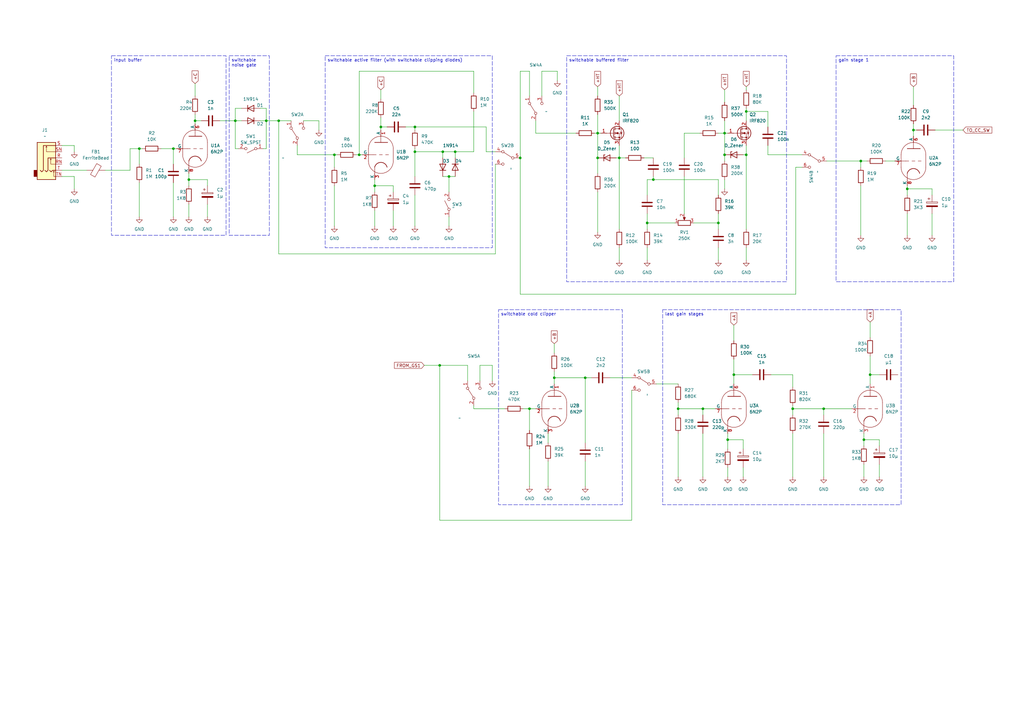
<source format=kicad_sch>
(kicad_sch (version 20250114) (generator "eeschema") (generator_version "9.0")
  (paper "A3")
  (lib_symbols
    (symbol "Connector_Audio:AudioJack3_Switch"
      (property "Reference" "J" (at 0 11.43 0))
      (property "Value" "AudioJack3_Switch" (at 0 8.89 0))
      (symbol "AudioJack3_Switch_0_1"
        (rectangle (start -5.08 -5.08) (end -6.35 -7.62) (stroke (width 0.254)) (fill (type outline)))
        (polyline (pts (xy -1.905 -5.08) (xy -1.27 -5.715) (xy -0.635 -5.08) (xy -0.635 0) (xy 2.54 0)) (stroke (width 0.254)))
        (polyline (pts (xy -1.27 4.826) (xy -1.016 4.318)))
        (polyline (pts (xy 0 -5.08) (xy 0.635 -5.715) (xy 1.27 -5.08) (xy 2.54 -5.08)) (stroke (width 0.254)))
        (polyline (pts (xy 0.508 -0.254) (xy 0.762 -0.762)))
        (polyline (pts (xy 1.778 -5.334) (xy 2.032 -5.842)))
        (rectangle (start 2.54 6.35) (end -5.08 -8.89) (stroke (width 0.254)) (fill (type background)))
        (polyline (pts (xy 2.54 5.08) (xy -2.54 5.08) (xy -2.54 -5.08) (xy -3.175 -5.715) (xy -3.81 -5.08)) (stroke (width 0.254)))
        (polyline (pts (xy 2.54 2.54) (xy -1.27 2.54) (xy -1.27 4.826) (xy -1.524 4.318)))
        (polyline (pts (xy 2.54 -2.54) (xy 0.508 -2.54) (xy 0.508 -0.254) (xy 0.254 -0.762)))
        (polyline (pts (xy 2.54 -7.62) (xy 1.778 -7.62) (xy 1.778 -5.334) (xy 1.524 -5.842)))
      )
      (symbol "AudioJack3_Switch_1_1"
        (pin passive line (at 5.08 5.08 180) (length 2.54) (name "~") (number "S"))
        (pin passive line (at 5.08 2.54 180) (length 2.54) (name "~") (number "SN"))
        (pin passive line (at 5.08 0 180) (length 2.54) (name "~") (number "R"))
        (pin passive line (at 5.08 -2.54 180) (length 2.54) (name "~") (number "RN"))
        (pin passive line (at 5.08 -5.08 180) (length 2.54) (name "~") (number "T"))
        (pin passive line (at 5.08 -7.62 180) (length 2.54) (name "~") (number "TN"))
      )
    )
    (symbol "Device:C" (pin_numbers (hide yes)) (pin_names (offset 0.254))
      (property "Reference" "C" (at 0.635 2.54 0))
      (property "Value" "C" (at 0.635 -2.54 0))
      (symbol "C_0_1"
        (polyline (pts (xy -2.032 0.762) (xy 2.032 0.762)) (stroke (width 0.508)))
        (polyline (pts (xy -2.032 -0.762) (xy 2.032 -0.762)) (stroke (width 0.508)))
      )
      (symbol "C_1_1"
        (pin passive line (at 0 3.81 270) (length 2.794) (name "~") (number "1"))
        (pin passive line (at 0 -3.81 90) (length 2.794) (name "~") (number "2"))
      )
    )
    (symbol "Device:C_Polarized" (pin_numbers (hide yes)) (pin_names (offset 0.254))
      (property "Reference" "C" (at 0.635 2.54 0))
      (property "Value" "C_Polarized" (at 0.635 -2.54 0))
      (symbol "C_Polarized_0_1"
        (rectangle (start -2.286 0.508) (end 2.286 1.016))
        (polyline (pts (xy -1.778 2.286) (xy -0.762 2.286)))
        (polyline (pts (xy -1.27 2.794) (xy -1.27 1.778)))
        (rectangle (start 2.286 -0.508) (end -2.286 -1.016) (fill (type outline)))
      )
      (symbol "C_Polarized_1_1"
        (pin passive line (at 0 3.81 270) (length 2.794) (name "~") (number "1"))
        (pin passive line (at 0 -3.81 90) (length 2.794) (name "~") (number "2"))
      )
    )
    (symbol "Device:D_Zener" (pin_numbers (hide yes)) (pin_names (offset 1.016) (hide yes))
      (property "Reference" "D" (at 0 2.54 0))
      (property "Value" "D_Zener" (at 0 -2.54 0))
      (symbol "D_Zener_0_1"
        (polyline (pts (xy -1.27 -1.27) (xy -1.27 1.27) (xy -0.762 1.27)) (stroke (width 0.254)))
        (polyline (pts (xy 1.27 0) (xy -1.27 0)))
        (polyline (pts (xy 1.27 -1.27) (xy 1.27 1.27) (xy -1.27 0) (xy 1.27 -1.27)) (stroke (width 0.254)))
      )
      (symbol "D_Zener_1_1"
        (pin passive line (at -3.81 0 0) (length 2.54) (name "K") (number "1"))
        (pin passive line (at 3.81 0 180) (length 2.54) (name "A") (number "2"))
      )
    )
    (symbol "Device:FerriteBead" (pin_numbers (hide yes)) (pin_names (offset 0))
      (property "Reference" "FB" (at -3.81 0.635 90))
      (property "Value" "FerriteBead" (at 3.81 0 90))
      (symbol "FerriteBead_0_1"
        (polyline (pts (xy -2.7686 0.4064) (xy -1.7018 2.2606) (xy 2.7686 -0.3048) (xy 1.6764 -2.159) (xy -2.7686 0.4064)))
        (polyline (pts (xy 0 1.27) (xy 0 1.2954)))
        (polyline (pts (xy 0 -1.27) (xy 0 -1.2192)))
      )
      (symbol "FerriteBead_1_1"
        (pin passive line (at 0 3.81 270) (length 2.54) (name "~") (number "1"))
        (pin passive line (at 0 -3.81 90) (length 2.54) (name "~") (number "2"))
      )
    )
    (symbol "Device:R" (pin_numbers (hide yes)) (pin_names (offset 0))
      (property "Reference" "R" (at 2.032 0 90))
      (property "Value" "R" (at 0 0 90))
      (symbol "R_0_1"
        (rectangle (start -1.016 -2.54) (end 1.016 2.54) (stroke (width 0.254)))
      )
      (symbol "R_1_1"
        (pin passive line (at 0 3.81 270) (length 1.27) (name "~") (number "1"))
        (pin passive line (at 0 -3.81 90) (length 1.27) (name "~") (number "2"))
      )
    )
    (symbol "Device:R_Potentiometer" (pin_names (offset 1.016) (hide yes))
      (property "Reference" "RV" (at -4.445 0 90))
      (property "Value" "R_Potentiometer" (at -2.54 0 90))
      (symbol "R_Potentiometer_0_1"
        (rectangle (start 1.016 2.54) (end -1.016 -2.54) (stroke (width 0.254)))
        (polyline (pts (xy 1.143 0) (xy 2.286 0.508) (xy 2.286 -0.508) (xy 1.143 0)) (fill (type outline)))
        (polyline (pts (xy 2.54 0) (xy 1.524 0)))
      )
      (symbol "R_Potentiometer_1_1"
        (pin passive line (at 0 3.81 270) (length 1.27) (name "1") (number "1"))
        (pin passive line (at 0 -3.81 90) (length 1.27) (name "3") (number "3"))
        (pin passive line (at 3.81 0 180) (length 1.27) (name "2") (number "2"))
      )
    )
    (symbol "Diode:1N914" (pin_numbers (hide yes)) (pin_names (hide yes))
      (property "Reference" "D" (at 0 2.54 0))
      (property "Value" "1N914" (at 0 -2.54 0))
      (symbol "1N914_0_1"
        (polyline (pts (xy -1.27 1.27) (xy -1.27 -1.27)) (stroke (width 0.254)))
        (polyline (pts (xy 1.27 1.27) (xy 1.27 -1.27) (xy -1.27 0) (xy 1.27 1.27)) (stroke (width 0.254)))
        (polyline (pts (xy 1.27 0) (xy -1.27 0)))
      )
      (symbol "1N914_1_1"
        (pin passive line (at -3.81 0 0) (length 2.54) (name "K") (number "1"))
        (pin passive line (at 3.81 0 180) (length 2.54) (name "A") (number "2"))
      )
    )
    (symbol "Switch:SW_DPDT_x2" (pin_names (offset 0) (hide yes))
      (property "Reference" "SW" (at 0 4.318 0))
      (property "Value" "SW_DPDT_x2" (at 0 -5.08 0))
      (symbol "SW_DPDT_x2_0_0"
        (circle (center -2.032 0) (radius 0.508))
        (circle (center 2.032 -2.54) (radius 0.508))
      )
      (symbol "SW_DPDT_x2_0_1"
        (polyline (pts (xy -1.524 0.254) (xy 1.651 2.286)))
        (circle (center 2.032 2.54) (radius 0.508))
      )
      (symbol "SW_DPDT_x2_1_1"
        (pin passive line (at -5.08 0 0) (length 2.54) (name "B") (number "2"))
        (pin passive line (at 5.08 2.54 180) (length 2.54) (name "A") (number "1"))
        (pin passive line (at 5.08 -2.54 180) (length 2.54) (name "C") (number "3"))
      )
      (symbol "SW_DPDT_x2_2_1"
        (pin passive line (at -5.08 0 0) (length 2.54) (name "B") (number "5"))
        (pin passive line (at 5.08 2.54 180) (length 2.54) (name "A") (number "4"))
        (pin passive line (at 5.08 -2.54 180) (length 2.54) (name "C") (number "6"))
      )
    )
    (symbol "Switch:SW_SPST" (pin_names (offset 0) (hide yes))
      (property "Reference" "SW" (at 0 3.175 0))
      (property "Value" "SW_SPST" (at 0 -2.54 0))
      (symbol "SW_SPST_0_0"
        (circle (center -2.032 0) (radius 0.508))
        (polyline (pts (xy -1.524 0.254) (xy 1.524 1.778)))
        (circle (center 2.032 0) (radius 0.508))
      )
      (symbol "SW_SPST_1_1"
        (pin passive line (at -5.08 0 0) (length 2.54) (name "A") (number "1"))
        (pin passive line (at 5.08 0 180) (length 2.54) (name "B") (number "2"))
      )
    )
    (symbol "Transistor_FET:IRF740" (pin_names (hide yes))
      (property "Reference" "Q" (at 6.35 1.905 0))
      (property "Value" "IRF740" (at 6.35 0 0))
      (symbol "IRF740_0_1"
        (polyline (pts (xy 0.254 1.905) (xy 0.254 -1.905)) (stroke (width 0.254)))
        (polyline (pts (xy 0.254 0) (xy -2.54 0)))
        (polyline (pts (xy 0.762 2.286) (xy 0.762 1.27)) (stroke (width 0.254)))
        (polyline (pts (xy 0.762 0.508) (xy 0.762 -0.508)) (stroke (width 0.254)))
        (polyline (pts (xy 0.762 -1.27) (xy 0.762 -2.286)) (stroke (width 0.254)))
        (polyline (pts (xy 0.762 -1.778) (xy 3.302 -1.778) (xy 3.302 1.778) (xy 0.762 1.778)))
        (polyline (pts (xy 1.016 0) (xy 2.032 0.381) (xy 2.032 -0.381) (xy 1.016 0)) (fill (type outline)))
        (circle (center 1.651 0) (radius 2.794) (stroke (width 0.254)))
        (polyline (pts (xy 2.54 2.54) (xy 2.54 1.778)))
        (circle (center 2.54 1.778) (radius 0.254) (fill (type outline)))
        (circle (center 2.54 -1.778) (radius 0.254) (fill (type outline)))
        (polyline (pts (xy 2.54 -2.54) (xy 2.54 0) (xy 0.762 0)))
        (polyline (pts (xy 2.794 0.508) (xy 2.921 0.381) (xy 3.683 0.381) (xy 3.81 0.254)))
        (polyline (pts (xy 3.302 0.381) (xy 2.921 -0.254) (xy 3.683 -0.254) (xy 3.302 0.381)))
      )
      (symbol "IRF740_1_1"
        (pin input line (at -5.08 0 0) (length 2.54) (name "G") (number "1"))
        (pin passive line (at 2.54 5.08 270) (length 2.54) (name "D") (number "2"))
        (pin passive line (at 2.54 -5.08 90) (length 2.54) (name "S") (number "3"))
      )
    )
    (symbol "Valve:6N2P" (pin_names (offset 0))
      (property "Reference" "U3" (at 6.35 1.2701 0))
      (property "Value" "ECC83" (at 6.35 -1.2699 0))
      (symbol "6N2P_0_1"
        (polyline (pts (xy -5.08 2.54) (xy -5.08 -2.54) (xy -5.08 -2.54)))
        (arc (start -5.08 2.54) (mid 0 7.5979) (end 5.08 2.54))
        (arc (start 5.08 -2.54) (mid 0 -7.5979) (end -5.08 -2.54))
        (polyline (pts (xy 5.08 2.54) (xy 5.08 -2.54)))
      )
      (symbol "6N2P_1_0"
        (polyline (pts (xy -2.54 -5.08) (xy -2.54 -7.62)))
        (polyline (pts (xy 0 5.08) (xy 0 7.62)))
      )
      (symbol "6N2P_1_1"
        (polyline (pts (xy -5.08 0) (xy -3.175 0)))
        (polyline (pts (xy -2.54 5.08) (xy 2.794 5.08) (xy 2.794 5.08)) (stroke (width 0.254)))
        (polyline (pts (xy -1.905 0) (xy -3.175 0)) (stroke (width 0.1524)))
        (polyline (pts (xy -0.635 0) (xy 0.635 0)) (stroke (width 0.1524)))
        (arc (start -2.54 -5.08) (mid 0 -3.0968) (end 2.54 -5.08) (stroke (width 0.254)))
        (polyline (pts (xy 1.905 0) (xy 3.175 0)) (stroke (width 0.1524)))
        (pin input line (at -7.62 0 0) (length 2.54) (name "G") (number "7"))
        (pin bidirectional line (at -2.54 -10.16 90) (length 2.54) (name "K") (number "8"))
        (pin output line (at 0 10.16 270) (length 2.54) (name "A") (number "6"))
      )
      (symbol "6N2P_2_0"
        (polyline (pts (xy -2.54 -5.08) (xy -2.54 -7.62)))
        (polyline (pts (xy 0 5.08) (xy 0 7.62)))
      )
      (symbol "6N2P_2_1"
        (polyline (pts (xy -5.08 0) (xy -3.175 0)))
        (polyline (pts (xy -2.54 5.08) (xy 2.794 5.08) (xy 2.794 5.08)) (stroke (width 0.254)))
        (polyline (pts (xy -1.905 0) (xy -3.175 0)) (stroke (width 0.1524)))
        (polyline (pts (xy -0.635 0) (xy 0.635 0)) (stroke (width 0.1524)))
        (arc (start -2.54 -5.08) (mid 0 -3.0968) (end 2.54 -5.08) (stroke (width 0.254)))
        (polyline (pts (xy 1.905 0) (xy 3.175 0)) (stroke (width 0.1524)))
        (pin input line (at -7.62 0 0) (length 2.54) (name "G") (number "2"))
        (pin bidirectional line (at -2.54 -10.16 90) (length 2.54) (name "K") (number "3"))
        (pin output line (at 0 10.16 270) (length 2.54) (name "A") (number "1"))
      )
      (symbol "6N2P_3_1"
        (polyline (pts (xy 0 5.08) (xy 0 6.35)))
        (polyline (pts (xy 0 2.54) (xy 0 3.81)))
        (polyline (pts (xy 0 0) (xy 0 1.27)))
        (polyline (pts (xy 0 -2.54) (xy 0 -1.27)))
        (polyline (pts (xy 0 -5.08) (xy 0 -3.81)))
        (arc (start -2.54 -6.35) (mid 0 -4.7823) (end 2.54 -6.35))
        (pin power_in line (at -2.54 -11.43 90) (length 5.08) (name "F1") (number "4"))
        (pin power_in line (at 0 -11.43 90) (length 5.08) (name "F2") (number "9"))
        (pin power_in line (at 2.54 -11.43 90) (length 5.08) (name "F1") (number "5"))
      )
    )
    (symbol "power:GND" (power) (pin_names (offset 0))
      (property "Value" "GND" (at 0 -3.81 0))
      (symbol "GND_0_1"
        (polyline (pts (xy 0 0) (xy 0 -1.27) (xy 1.27 -1.27) (xy 0 -2.54) (xy -1.27 -1.27) (xy 0 -1.27)))
      )
      (symbol "GND_1_1"
        (pin power_in line (at 0 0 270) (length 0) (hide yes) (name "GND") (number "1"))
      )
    )
  )
  (text_box "switchable noise gate" (at 93.98 22.86 0) (size 16.51 73.66) (margins 0.9525 0.9525 0.9525 0.9525) (stroke (width 0) (type dash)) (effects (font (size 1.27 1.27)) (justify left top)))
  (text_box "switchable active filter (with switchable clipping diodes)" (at 133.35 22.86 0) (size 68.58 78.74) (margins 0.9525 0.9525 0.9525 0.9525) (stroke (width 0) (type dash)) (effects (font (size 1.27 1.27)) (justify left top)))
  (text_box "last gain stages" (at 271.78 127 0) (size 97.79 80.01) (margins 0.9525 0.9525 0.9525 0.9525) (stroke (width 0) (type dash)) (effects (font (size 1.27 1.27)) (justify left top)))
  (text_box "input buffer" (at 45.72 22.86 0) (size 46.99 73.66) (margins 0.9525 0.9525 0.9525 0.9525) (stroke (width 0) (type dash)) (effects (font (size 1.27 1.27)) (justify left top)))
  (text_box "switchable buffered filter" (at 232.41 22.86 0) (size 90.17 92.71) (margins 0.9525 0.9525 0.9525 0.9525) (stroke (width 0) (type dash)) (effects (font (size 1.27 1.27)) (justify left top)))
  (text_box "switchable cold clipper" (at 204.47 127 0) (size 50.8 80.01) (margins 0.9525 0.9525 0.9525 0.9525) (stroke (width 0) (type dash)) (effects (font (size 1.27 1.27)) (justify left top)))
  (text_box "gain stage 1" (at 342.9 22.86 0) (size 48.26 92.71) (margins 0.9525 0.9525 0.9525 0.9525) (stroke (width 0) (type dash)) (effects (font (size 1.27 1.27)) (justify left top)))
  (junction (at 186.69 62.23))
  (junction (at 170.18 52.07))
  (junction (at 80.01 49.53))
  (junction (at 353.06 66.04))
  (junction (at 267.97 73.66))
  (junction (at 265.43 91.44))
  (junction (at 227.33 154.94))
  (junction (at 374.65 53.34))
  (junction (at 77.47 73.66))
  (junction (at 147.32 63.5))
  (junction (at 181.61 62.23))
  (junction (at 114.3 49.53))
  (junction (at 300.99 153.67))
  (junction (at 170.18 62.23))
  (junction (at 240.03 154.94))
  (junction (at 180.34 149.86))
  (junction (at 325.12 167.64))
  (junction (at 372.11 77.47))
  (junction (at 306.07 63.5))
  (junction (at 294.64 91.44))
  (junction (at 288.29 167.64))
  (junction (at 57.15 60.96))
  (junction (at 337.82 167.64))
  (junction (at 306.07 45.72))
  (junction (at 137.16 63.5))
  (junction (at 298.45 180.34))
  (junction (at 354.33 180.34))
  (junction (at 184.15 72.39))
  (junction (at 254 64.77))
  (junction (at 297.18 54.61))
  (junction (at 153.67 76.2))
  (junction (at 96.52 49.53))
  (junction (at 245.11 54.61))
  (junction (at 109.22 49.53))
  (junction (at 245.11 64.77))
  (junction (at 217.17 167.64))
  (junction (at 213.36 64.77))
  (junction (at 278.13 167.64))
  (junction (at 297.18 63.5))
  (junction (at 356.87 153.67))
  (junction (at 156.21 52.07))
  (junction (at 71.12 60.96))
  (wire (pts (xy 300.99 147.32) (xy 300.99 153.67)))
  (wire (pts (xy 199.39 62.23) (xy 199.39 52.07)))
  (wire (pts (xy 294.64 54.61) (xy 297.18 54.61)))
  (wire (pts (xy 85.09 76.2) (xy 85.09 73.66)))
  (wire (pts (xy 328.93 68.58) (xy 326.39 68.58)))
  (wire (pts (xy 109.22 60.96) (xy 107.95 60.96)))
  (wire (pts (xy 353.06 76.2) (xy 353.06 96.52)))
  (wire (pts (xy 245.11 35.56) (xy 245.11 39.37)))
  (wire (pts (xy 356.87 153.67) (xy 360.68 153.67)))
  (wire (pts (xy 245.11 46.99) (xy 245.11 54.61)))
  (wire (pts (xy 354.33 190.5) (xy 354.33 195.58)))
  (wire (pts (xy 298.45 177.8) (xy 298.45 180.34)))
  (wire (pts (xy 363.22 66.04) (xy 367.03 66.04)))
  (wire (pts (xy 360.68 182.88) (xy 360.68 180.34)))
  (wire (pts (xy 356.87 146.05) (xy 356.87 153.67)))
  (wire (pts (xy 325.12 167.64) (xy 325.12 170.18)))
  (wire (pts (xy 354.33 180.34) (xy 354.33 182.88)))
  (wire (pts (xy 203.2 62.23) (xy 199.39 62.23)))
  (wire (pts (xy 80.01 34.29) (xy 80.01 39.37)))
  (wire (pts (xy 109.22 49.53) (xy 109.22 44.45)))
  (wire (pts (xy 227.33 152.4) (xy 227.33 154.94)))
  (wire (pts (xy 217.17 167.64) (xy 219.71 167.64)))
  (wire (pts (xy 66.04 60.96) (xy 71.12 60.96)))
  (wire (pts (xy 374.65 50.8) (xy 374.65 53.34)))
  (wire (pts (xy 294.64 101.6) (xy 294.64 106.68)))
  (wire (pts (xy 114.3 49.53) (xy 109.22 49.53)))
  (wire (pts (xy 265.43 91.44) (xy 276.86 91.44)))
  (wire (pts (xy 306.07 101.6) (xy 306.07 106.68)))
  (wire (pts (xy 325.12 177.8) (xy 325.12 195.58)))
  (wire (pts (xy 170.18 80.01) (xy 170.18 92.71)))
  (wire (pts (xy 280.67 54.61) (xy 280.67 64.77)))
  (wire (pts (xy 161.29 76.2) (xy 153.67 76.2)))
  (wire (pts (xy 382.27 80.01) (xy 382.27 77.47)))
  (wire (pts (xy 194.31 167.64) (xy 207.01 167.64)))
  (wire (pts (xy 240.03 154.94) (xy 240.03 181.61)))
  (wire (pts (xy 194.31 29.21) (xy 147.32 29.21)))
  (wire (pts (xy 219.71 49.53) (xy 219.71 54.61)))
  (wire (pts (xy 224.79 189.23) (xy 224.79 199.39)))
  (wire (pts (xy 214.63 167.64) (xy 217.17 167.64)))
  (wire (pts (xy 109.22 44.45) (xy 106.68 44.45)))
  (wire (pts (xy 181.61 72.39) (xy 184.15 72.39)))
  (wire (pts (xy 356.87 153.67) (xy 356.87 157.48)))
  (wire (pts (xy 288.29 167.64) (xy 293.37 167.64)))
  (wire (pts (xy 306.07 45.72) (xy 314.96 45.72)))
  (wire (pts (xy 184.15 72.39) (xy 186.69 72.39)))
  (wire (pts (xy 245.11 64.77) (xy 245.11 71.12)))
  (wire (pts (xy 374.65 53.34) (xy 375.92 53.34)))
  (wire (pts (xy 173.99 149.86) (xy 180.34 149.86)))
  (wire (pts (xy 161.29 86.36) (xy 161.29 92.71)))
  (wire (pts (xy 153.67 86.36) (xy 153.67 92.71)))
  (wire (pts (xy 227.33 140.97) (xy 227.33 144.78)))
  (wire (pts (xy 337.82 177.8) (xy 337.82 195.58)))
  (wire (pts (xy 372.11 87.63) (xy 372.11 96.52)))
  (wire (pts (xy 166.37 52.07) (xy 170.18 52.07)))
  (wire (pts (xy 77.47 83.82) (xy 77.47 88.9)))
  (wire (pts (xy 304.8 63.5) (xy 306.07 63.5)))
  (wire (pts (xy 71.12 60.96) (xy 72.39 60.96)))
  (wire (pts (xy 156.21 48.26) (xy 156.21 52.07)))
  (wire (pts (xy 298.45 180.34) (xy 298.45 184.15)))
  (wire (pts (xy 297.18 63.5) (xy 297.18 66.04)))
  (wire (pts (xy 25.4 69.85) (xy 35.56 69.85)))
  (wire (pts (xy 96.52 60.96) (xy 97.79 60.96)))
  (wire (pts (xy 382.27 77.47) (xy 372.11 77.47)))
  (wire (pts (xy 194.31 45.72) (xy 194.31 62.23)))
  (wire (pts (xy 337.82 167.64) (xy 325.12 167.64)))
  (wire (pts (xy 53.34 60.96) (xy 53.34 69.85)))
  (wire (pts (xy 265.43 73.66) (xy 267.97 73.66)))
  (wire (pts (xy 121.92 63.5) (xy 137.16 63.5)))
  (wire (pts (xy 314.96 59.69) (xy 314.96 63.5)))
  (wire (pts (xy 109.22 49.53) (xy 109.22 60.96)))
  (wire (pts (xy 80.01 46.99) (xy 80.01 49.53)))
  (wire (pts (xy 199.39 52.07) (xy 170.18 52.07)))
  (wire (pts (xy 306.07 35.56) (xy 306.07 36.83)))
  (wire (pts (xy 228.6 29.21) (xy 228.6 33.02)))
  (wire (pts (xy 194.31 29.21) (xy 194.31 38.1)))
  (wire (pts (xy 57.15 60.96) (xy 58.42 60.96)))
  (wire (pts (xy 304.8 180.34) (xy 298.45 180.34)))
  (wire (pts (xy 243.84 54.61) (xy 245.11 54.61)))
  (wire (pts (xy 137.16 76.2) (xy 137.16 92.71)))
  (wire (pts (xy 254 64.77) (xy 256.54 64.77)))
  (wire (pts (xy 297.18 36.83) (xy 297.18 41.91)))
  (wire (pts (xy 314.96 63.5) (xy 328.93 63.5)))
  (wire (pts (xy 114.3 49.53) (xy 119.38 49.53)))
  (wire (pts (xy 254 64.77) (xy 254 93.98)))
  (wire (pts (xy 265.43 87.63) (xy 265.43 91.44)))
  (wire (pts (xy 213.36 29.21) (xy 217.17 29.21)))
  (wire (pts (xy 186.69 62.23) (xy 186.69 64.77)))
  (wire (pts (xy 180.34 149.86) (xy 180.34 213.36)))
  (wire (pts (xy 360.68 190.5) (xy 360.68 195.58)))
  (wire (pts (xy 383.54 53.34) (xy 394.97 53.34)))
  (wire (pts (xy 288.29 167.64) (xy 288.29 170.18)))
  (wire (pts (xy 30.48 59.69) (xy 30.48 62.23)))
  (wire (pts (xy 153.67 73.66) (xy 153.67 76.2)))
  (wire (pts (xy 153.67 76.2) (xy 153.67 78.74)))
  (wire (pts (xy 170.18 62.23) (xy 170.18 72.39)))
  (wire (pts (xy 306.07 63.5) (xy 306.07 93.98)))
  (wire (pts (xy 85.09 73.66) (xy 77.47 73.66)))
  (wire (pts (xy 337.82 167.64) (xy 337.82 170.18)))
  (wire (pts (xy 354.33 180.34) (xy 360.68 180.34)))
  (wire (pts (xy 240.03 154.94) (xy 242.57 154.94)))
  (wire (pts (xy 201.93 149.86) (xy 201.93 156.21)))
  (wire (pts (xy 170.18 60.96) (xy 170.18 62.23)))
  (wire (pts (xy 278.13 177.8) (xy 278.13 195.58)))
  (wire (pts (xy 106.68 49.53) (xy 109.22 49.53)))
  (wire (pts (xy 138.43 63.5) (xy 137.16 63.5)))
  (wire (pts (xy 356.87 132.08) (xy 356.87 138.43)))
  (wire (pts (xy 325.12 153.67) (xy 325.12 158.75)))
  (wire (pts (xy 267.97 73.66) (xy 294.64 73.66)))
  (wire (pts (xy 284.48 91.44) (xy 294.64 91.44)))
  (wire (pts (xy 339.09 66.04) (xy 353.06 66.04)))
  (wire (pts (xy 254 101.6) (xy 254 106.68)))
  (wire (pts (xy 353.06 66.04) (xy 355.6 66.04)))
  (wire (pts (xy 147.32 29.21) (xy 147.32 63.5)))
  (wire (pts (xy 213.36 64.77) (xy 213.36 120.65)))
  (wire (pts (xy 288.29 177.8) (xy 288.29 195.58)))
  (wire (pts (xy 372.11 77.47) (xy 372.11 80.01)))
  (wire (pts (xy 217.17 184.15) (xy 217.17 199.39)))
  (wire (pts (xy 217.17 29.21) (xy 217.17 39.37)))
  (wire (pts (xy 236.22 54.61) (xy 219.71 54.61)))
  (wire (pts (xy 77.47 73.66) (xy 77.47 76.2)))
  (wire (pts (xy 186.69 62.23) (xy 194.31 62.23)))
  (wire (pts (xy 80.01 49.53) (xy 82.55 49.53)))
  (wire (pts (xy 297.18 54.61) (xy 297.18 63.5)))
  (wire (pts (xy 57.15 74.93) (xy 57.15 88.9)))
  (wire (pts (xy 374.65 53.34) (xy 374.65 55.88)))
  (wire (pts (xy 227.33 154.94) (xy 240.03 154.94)))
  (wire (pts (xy 170.18 62.23) (xy 181.61 62.23)))
  (wire (pts (xy 304.8 191.77) (xy 304.8 195.58)))
  (wire (pts (xy 245.11 54.61) (xy 246.38 54.61)))
  (wire (pts (xy 300.99 133.35) (xy 300.99 139.7)))
  (wire (pts (xy 156.21 52.07) (xy 156.21 53.34)))
  (wire (pts (xy 121.92 59.69) (xy 121.92 63.5)))
  (wire (pts (xy 85.09 83.82) (xy 85.09 88.9)))
  (wire (pts (xy 287.02 54.61) (xy 280.67 54.61)))
  (wire (pts (xy 306.07 59.69) (xy 306.07 63.5)))
  (wire (pts (xy 265.43 80.01) (xy 265.43 73.66)))
  (wire (pts (xy 71.12 60.96) (xy 71.12 67.31)))
  (wire (pts (xy 181.61 62.23) (xy 181.61 64.77)))
  (wire (pts (xy 259.08 160.02) (xy 259.08 213.36)))
  (wire (pts (xy 25.4 59.69) (xy 30.48 59.69)))
  (wire (pts (xy 269.24 157.48) (xy 278.13 157.48)))
  (wire (pts (xy 222.25 29.21) (xy 222.25 39.37)))
  (wire (pts (xy 53.34 60.96) (xy 57.15 60.96)))
  (wire (pts (xy 280.67 72.39) (xy 280.67 87.63)))
  (wire (pts (xy 222.25 29.21) (xy 228.6 29.21)))
  (wire (pts (xy 245.11 78.74) (xy 245.11 95.25)))
  (wire (pts (xy 278.13 165.1) (xy 278.13 167.64)))
  (wire (pts (xy 254 59.69) (xy 254 64.77)))
  (wire (pts (xy 203.2 104.14) (xy 203.2 67.31)))
  (wire (pts (xy 96.52 49.53) (xy 99.06 49.53)))
  (wire (pts (xy 250.19 154.94) (xy 259.08 154.94)))
  (wire (pts (xy 382.27 87.63) (xy 382.27 96.52)))
  (wire (pts (xy 191.77 149.86) (xy 191.77 156.21)))
  (wire (pts (xy 264.16 64.77) (xy 267.97 64.77)))
  (wire (pts (xy 354.33 177.8) (xy 354.33 180.34)))
  (wire (pts (xy 137.16 63.5) (xy 137.16 68.58)))
  (wire (pts (xy 325.12 166.37) (xy 325.12 167.64)))
  (wire (pts (xy 25.4 72.39) (xy 30.48 72.39)))
  (wire (pts (xy 372.11 76.2) (xy 372.11 77.47)))
  (wire (pts (xy 161.29 78.74) (xy 161.29 76.2)))
  (wire (pts (xy 156.21 36.83) (xy 156.21 40.64)))
  (wire (pts (xy 147.32 63.5) (xy 148.59 63.5)))
  (wire (pts (xy 259.08 213.36) (xy 180.34 213.36)))
  (wire (pts (xy 326.39 68.58) (xy 326.39 120.65)))
  (wire (pts (xy 353.06 66.04) (xy 353.06 68.58)))
  (wire (pts (xy 265.43 91.44) (xy 265.43 93.98)))
  (wire (pts (xy 300.99 153.67) (xy 300.99 157.48)))
  (wire (pts (xy 180.34 149.86) (xy 191.77 149.86)))
  (wire (pts (xy 30.48 72.39) (xy 30.48 77.47)))
  (wire (pts (xy 71.12 74.93) (xy 71.12 88.9)))
  (wire (pts (xy 240.03 189.23) (xy 240.03 199.39)))
  (wire (pts (xy 306.07 44.45) (xy 306.07 45.72)))
  (wire (pts (xy 298.45 191.77) (xy 298.45 195.58)))
  (wire (pts (xy 77.47 71.12) (xy 77.47 73.66)))
  (wire (pts (xy 297.18 49.53) (xy 297.18 54.61)))
  (wire (pts (xy 170.18 52.07) (xy 170.18 53.34)))
  (wire (pts (xy 300.99 153.67) (xy 308.61 153.67)))
  (wire (pts (xy 252.73 64.77) (xy 254 64.77)))
  (wire (pts (xy 96.52 44.45) (xy 96.52 49.53)))
  (wire (pts (xy 80.01 49.53) (xy 80.01 50.8)))
  (wire (pts (xy 213.36 29.21) (xy 213.36 64.77)))
  (wire (pts (xy 349.25 167.64) (xy 337.82 167.64)))
  (wire (pts (xy 306.07 45.72) (xy 306.07 49.53)))
  (wire (pts (xy 114.3 104.14) (xy 203.2 104.14)))
  (wire (pts (xy 316.23 153.67) (xy 325.12 153.67)))
  (wire (pts (xy 304.8 184.15) (xy 304.8 180.34)))
  (wire (pts (xy 184.15 72.39) (xy 184.15 78.74)))
  (wire (pts (xy 278.13 167.64) (xy 288.29 167.64)))
  (wire (pts (xy 278.13 167.64) (xy 278.13 170.18)))
  (wire (pts (xy 314.96 52.07) (xy 314.96 45.72)))
  (wire (pts (xy 294.64 73.66) (xy 294.64 80.01)))
  (wire (pts (xy 267.97 72.39) (xy 267.97 73.66)))
  (wire (pts (xy 53.34 69.85) (xy 43.18 69.85)))
  (wire (pts (xy 297.18 73.66) (xy 297.18 77.47)))
  (wire (pts (xy 184.15 88.9) (xy 184.15 92.71)))
  (wire (pts (xy 181.61 62.23) (xy 186.69 62.23)))
  (wire (pts (xy 196.85 149.86) (xy 201.93 149.86)))
  (wire (pts (xy 227.33 154.94) (xy 227.33 157.48)))
  (wire (pts (xy 294.64 91.44) (xy 294.64 93.98)))
  (wire (pts (xy 196.85 156.21) (xy 196.85 149.86)))
  (wire (pts (xy 99.06 44.45) (xy 96.52 44.45)))
  (wire (pts (xy 90.17 49.53) (xy 96.52 49.53)))
  (wire (pts (xy 217.17 167.64) (xy 217.17 176.53)))
  (wire (pts (xy 124.46 49.53) (xy 130.81 49.53)))
  (wire (pts (xy 265.43 101.6) (xy 265.43 106.68)))
  (wire (pts (xy 294.64 87.63) (xy 294.64 91.44)))
  (wire (pts (xy 224.79 177.8) (xy 224.79 181.61)))
  (wire (pts (xy 114.3 49.53) (xy 114.3 104.14)))
  (wire (pts (xy 297.18 54.61) (xy 298.45 54.61)))
  (wire (pts (xy 156.21 52.07) (xy 158.75 52.07)))
  (wire (pts (xy 96.52 49.53) (xy 96.52 60.96)))
  (wire (pts (xy 374.65 35.56) (xy 374.65 43.18)))
  (wire (pts (xy 254 39.37) (xy 254 49.53)))
  (wire (pts (xy 130.81 49.53) (xy 130.81 53.34)))
  (wire (pts (xy 326.39 120.65) (xy 213.36 120.65)))
  (wire (pts (xy 245.11 54.61) (xy 245.11 64.77)))
  (wire (pts (xy 147.32 63.5) (xy 146.05 63.5)))
  (wire (pts (xy 57.15 67.31) (xy 57.15 60.96)))
  (wire (pts (xy 194.31 166.37) (xy 194.31 167.64)))
  (global_label "+C" (shape input) (at 156.21 36.83 90) (property "Intersheetrefs" "${INTERSHEET_REFS}" (effects (hide yes))))
  (global_label "FROM_GS1" (shape input) (at 173.99 149.86 180) (property "Intersheetrefs" "GS1" (effects (hide yes))))
  (global_label "+HT" (shape input) (at 297.18 36.83 90) (property "Intersheetrefs" "${INTERSHEET_REFS}" (effects (hide yes))))
  (global_label "TO_CC_SW" (shape input) (at 394.97 53.34 0) (property "Intersheetrefs" "GS1" (effects (hide yes))))
  (global_label "+HT" (shape input) (at 245.11 35.56 90) (property "Intersheetrefs" "${INTERSHEET_REFS}" (effects (hide yes))))
  (global_label "+A" (shape input) (at 300.99 133.35 90) (property "Intersheetrefs" "${INTERSHEET_REFS}" (effects (hide yes))))
  (global_label "+B" (shape input) (at 227.33 140.97 90) (property "Intersheetrefs" "${INTERSHEET_REFS}" (effects (hide yes))))
  (global_label "+B" (shape input) (at 374.65 35.56 90) (property "Intersheetrefs" "${INTERSHEET_REFS}" (effects (hide yes))))
  (global_label "+A" (shape input) (at 356.87 132.08 90) (property "Intersheetrefs" "${INTERSHEET_REFS}" (effects (hide yes))))
  (global_label "+HT" (shape input) (at 254 39.37 90) (property "Intersheetrefs" "${INTERSHEET_REFS}" (effects (hide yes))))
  (global_label "+HT" (shape input) (at 306.07 35.56 90) (property "Intersheetrefs" "${INTERSHEET_REFS}" (effects (hide yes))))
  (global_label "+C" (shape input) (at 80.01 34.29 90) (property "Intersheetrefs" "${INTERSHEET_REFS}" (effects (hide yes))))
  (symbol (lib_id "Device:R") (at 62.23 60.96 90) (unit 1)
    (property "Reference" "R2" (at 62.23 54.61 90))
    (property "Value" "10K" (at 62.23 57.15 90))
  )
  (symbol (lib_id "Device:C_Polarized") (at 161.29 82.55 0) (unit 1)
    (property "Reference" "C4" (at 165.1 80.391 0) (effects (justify left)))
    (property "Value" "1µ" (at 165.1 82.931 0) (effects (justify left)))
  )
  (symbol (lib_id "Device:C_Polarized") (at 304.8 187.96 0) (unit 1)
    (property "Reference" "C14" (at 308.61 185.801 0) (effects (justify left)))
    (property "Value" "10µ" (at 308.61 188.341 0) (effects (justify left)))
  )
  (symbol (lib_id "Device:R") (at 254 97.79 0) (unit 1)
    (property "Reference" "R12" (at 256.54 96.52 0) (effects (justify left)))
    (property "Value" "100K" (at 256.54 99.06 0) (effects (justify left)))
  )
  (symbol (lib_id "Device:R") (at 356.87 142.24 180) (unit 1)
    (property "Reference" "R34" (at 351.79 140.97 0) (effects (justify right)))
    (property "Value" "100K" (at 350.52 143.51 0) (effects (justify right)))
  )
  (symbol (lib_id "Device:C") (at 267.97 68.58 180) (unit 1)
    (property "Reference" "C19" (at 271.78 67.31 0) (effects (justify right)))
    (property "Value" "100n" (at 271.78 69.85 0) (effects (justify right)))
  )
  (symbol (lib_id "power:GND") (at 297.18 77.47 0) (unit 1)
    (property "Reference" "#PWR034" (effects (hide yes)))
    (property "Value" "GND" (effects (hide yes)))
  )
  (symbol (lib_id "power:GND") (at 153.67 92.71 0) (unit 1)
    (property "Reference" "#PWR09" (effects (hide yes)))
    (property "Value" "GND" (at 153.67 97.79 0))
  )
  (symbol (lib_id "Connector_Audio:AudioJack3_Switch") (at 20.32 64.77 0) (unit 1)
    (property "Reference" "J1" (at 18.415 53.34 0))
    (property "Value" "~" (at 18.415 55.88 0))
  )
  (symbol (lib_id "Device:C_Polarized") (at 85.09 80.01 0) (unit 1)
    (property "Reference" "C2" (at 88.9 77.851 0) (effects (justify left)))
    (property "Value" "1µ" (at 88.9 80.391 0) (effects (justify left)))
  )
  (symbol (lib_id "power:GND") (at 245.11 95.25 0) (unit 1)
    (property "Reference" "#PWR033" (effects (hide yes)))
    (property "Value" "GND" (at 245.11 100.33 0))
  )
  (symbol (lib_id "Device:C") (at 240.03 185.42 180) (unit 1)
    (property "Reference" "C11" (at 243.84 184.15 0) (effects (justify right)))
    (property "Value" "1n" (at 243.84 186.69 0) (effects (justify right)))
  )
  (symbol (lib_id "Device:R") (at 325.12 173.99 180) (unit 1)
    (property "Reference" "R32" (at 327.66 172.72 0) (effects (justify right)))
    (property "Value" "270K" (at 327.66 175.26 0) (effects (justify right)))
  )
  (symbol (lib_id "Device:R") (at 80.01 43.18 180) (unit 1)
    (property "Reference" "R4" (at 76.2 41.91 0) (effects (justify right)))
    (property "Value" "220K" (at 73.66 44.45 0) (effects (justify right)))
  )
  (symbol (lib_id "power:GND") (at 382.27 96.52 0) (unit 1)
    (property "Reference" "#PWR020" (effects (hide yes)))
    (property "Value" "GND" (at 382.27 101.6 0))
  )
  (symbol (lib_id "power:GND") (at 161.29 92.71 0) (unit 1)
    (property "Reference" "#PWR010" (effects (hide yes)))
    (property "Value" "GND" (at 161.29 97.79 0))
  )
  (symbol (lib_id "Device:D_Zener") (at 248.92 64.77 0) (unit 1)
    (property "Reference" "D5" (at 248.92 58.42 0))
    (property "Value" "D_Zener" (at 248.92 60.96 0))
  )
  (symbol (lib_id "Device:R") (at 278.13 173.99 180) (unit 1)
    (property "Reference" "R28" (at 280.67 172.72 0) (effects (justify right)))
    (property "Value" "330K" (at 280.67 175.26 0) (effects (justify right)))
  )
  (symbol (lib_id "Valve:6N2P") (at 356.87 167.64 0) (unit 2)
    (property "Reference" "U3" (at 363.22 166.37 0) (effects (justify left)))
    (property "Value" "6N2P" (at 363.22 168.91 0) (effects (justify left)))
    (property "Footprint" "Valve:Valve_6N2P" (effects (hide yes)))
    (property "Datasheet" "http://www.r-type.org/pdfs/6n2p.pdf" (effects (hide yes)))
  )
  (symbol (lib_id "Device:R") (at 170.18 57.15 0) (unit 1)
    (property "Reference" "R9" (at 172.72 55.88 0) (effects (justify left)))
    (property "Value" "470K" (at 172.72 58.42 0) (effects (justify left)))
  )
  (symbol (lib_id "Device:R") (at 372.11 83.82 0) (unit 1)
    (property "Reference" "R21" (at 374.65 82.55 0) (effects (justify left)))
    (property "Value" "3K3" (at 374.65 85.09 0) (effects (justify left)))
  )
  (symbol (lib_id "power:GND") (at 254 106.68 0) (unit 1)
    (property "Reference" "#PWR014" (effects (hide yes)))
    (property "Value" "GND" (at 254 111.76 0))
  )
  (symbol (lib_id "Device:C") (at 312.42 153.67 90) (unit 1)
    (property "Reference" "C15" (at 312.42 146.05 90))
    (property "Value" "1n" (at 312.42 148.59 90))
  )
  (symbol (lib_id "Switch:SW_DPDT_x2") (at 208.28 64.77 0) (mirror y) (unit 2)
    (property "Reference" "SW2" (at 210.82 59.69 0) (effects (justify left)))
    (property "Value" "~" (at 209.55 68.58 90) (effects (justify right)))
  )
  (symbol (lib_id "Valve:6N2P") (at 374.65 66.04 0) (unit 1)
    (property "Reference" "U2" (at 381 64.77 0) (effects (justify left)))
    (property "Value" "6N2P" (at 381 67.31 0) (effects (justify left)))
    (property "Footprint" "Valve:Valve_6N2P" (effects (hide yes)))
    (property "Datasheet" "http://www.r-type.org/pdfs/6n2p.pdf" (effects (hide yes)))
  )
  (symbol (lib_id "Device:R") (at 359.41 66.04 90) (unit 1)
    (property "Reference" "R20" (at 359.41 59.69 90))
    (property "Value" "100K" (at 359.41 62.23 90))
  )
  (symbol (lib_id "power:GND") (at 325.12 195.58 0) (unit 1)
    (property "Reference" "#PWR029" (effects (hide yes)))
    (property "Value" "GND" (at 325.12 200.66 0))
  )
  (symbol (lib_id "power:GND") (at 354.33 195.58 0) (unit 1)
    (property "Reference" "#PWR031" (effects (hide yes)))
    (property "Value" "GND" (at 354.33 200.66 0))
  )
  (symbol (lib_id "Device:C") (at 294.64 97.79 180) (unit 1)
    (property "Reference" "C8" (at 298.45 96.52 0) (effects (justify right)))
    (property "Value" "3n" (at 298.45 99.06 0) (effects (justify right)))
  )
  (symbol (lib_id "Device:R") (at 306.07 97.79 0) (unit 1)
    (property "Reference" "R17" (at 308.61 96.52 0) (effects (justify left)))
    (property "Value" "20K" (at 308.61 99.06 0) (effects (justify left)))
  )
  (symbol (lib_id "Valve:6N2P") (at 80.01 60.96 0) (unit 1)
    (property "Reference" "U1" (at 86.36 59.69 0) (effects (justify left)))
    (property "Value" "6N2P" (at 86.36 62.23 0) (effects (justify left)))
    (property "Footprint" "Valve:Valve_6N2P" (effects (hide yes)))
    (property "Datasheet" "http://www.r-type.org/pdfs/6n2p.pdf" (effects (hide yes)))
  )
  (symbol (lib_id "Device:R") (at 290.83 54.61 90) (unit 1)
    (property "Reference" "R15" (at 290.83 48.26 90))
    (property "Value" "1K" (at 290.83 50.8 90))
  )
  (symbol (lib_id "Switch:SW_SPST") (at 102.87 60.96 180) (unit 1)
    (property "Reference" "SW1" (at 102.87 55.88 0))
    (property "Value" "SW_SPST" (at 102.87 58.42 0))
  )
  (symbol (lib_id "power:GND") (at 201.93 156.21 0) (unit 1)
    (property "Reference" "#PWR021" (effects (hide yes)))
    (property "Value" "GND" (at 201.93 161.29 0))
  )
  (symbol (lib_id "Device:R") (at 260.35 64.77 90) (unit 1)
    (property "Reference" "R13" (at 260.35 58.42 90))
    (property "Value" "100" (at 260.35 60.96 90))
  )
  (symbol (lib_id "power:GND") (at 30.48 77.47 0) (unit 1)
    (property "Reference" "#PWR02" (effects (hide yes)))
    (property "Value" "GND" (at 30.48 82.55 0))
  )
  (symbol (lib_id "Valve:6N2P") (at 156.21 63.5 0) (unit 2)
    (property "Reference" "U1" (at 162.56 62.23 0) (effects (justify left)))
    (property "Value" "6N2P" (at 162.56 64.77 0) (effects (justify left)))
    (property "Footprint" "Valve:Valve_6N2P" (effects (hide yes)))
    (property "Datasheet" "http://www.r-type.org/pdfs/6n2p.pdf" (effects (hide yes)))
  )
  (symbol (lib_id "power:GND") (at 77.47 88.9 0) (unit 1)
    (property "Reference" "#PWR05" (effects (hide yes)))
    (property "Value" "GND" (at 77.47 93.98 0))
  )
  (symbol (lib_id "Device:R") (at 245.11 74.93 180) (unit 1)
    (property "Reference" "R36" (at 247.65 73.66 0) (effects (justify right)))
    (property "Value" "200K" (at 247.65 76.2 0) (effects (justify right)))
  )
  (symbol (lib_id "Device:R") (at 77.47 80.01 180) (unit 1)
    (property "Reference" "R3" (at 73.66 78.74 0) (effects (justify right)))
    (property "Value" "1K8" (at 72.39 81.28 0) (effects (justify right)))
  )
  (symbol (lib_id "Device:C") (at 162.56 52.07 90) (unit 1)
    (property "Reference" "C5" (at 162.56 44.45 90))
    (property "Value" "22n" (at 162.56 46.99 90))
  )
  (symbol (lib_id "Device:R") (at 306.07 40.64 180) (unit 1)
    (property "Reference" "R18" (at 308.61 39.37 0) (effects (justify right)))
    (property "Value" "80K" (at 308.61 41.91 0) (effects (justify right)))
  )
  (symbol (lib_id "Device:R") (at 156.21 44.45 0) (unit 1)
    (property "Reference" "R8" (at 152.4 43.18 0) (effects (justify left)))
    (property "Value" "220K" (at 149.86 45.72 0) (effects (justify left)))
  )
  (symbol (lib_id "power:GND") (at 304.8 195.58 0) (unit 1)
    (property "Reference" "#PWR028" (effects (hide yes)))
    (property "Value" "GND" (at 304.8 200.66 0))
  )
  (symbol (lib_id "Device:R") (at 224.79 185.42 180) (unit 1)
    (property "Reference" "R25" (at 227.33 184.15 0) (effects (justify right)))
    (property "Value" "39K" (at 227.33 186.69 0) (effects (justify right)))
  )
  (symbol (lib_id "power:GND") (at 360.68 195.58 0) (unit 1)
    (property "Reference" "#PWR032" (effects (hide yes)))
    (property "Value" "GND" (at 360.68 200.66 0))
  )
  (symbol (lib_id "Device:C") (at 246.38 154.94 90) (unit 1)
    (property "Reference" "C12" (at 246.38 147.32 90))
    (property "Value" "2n2" (at 246.38 149.86 90))
  )
  (symbol (lib_id "power:GND") (at 306.07 106.68 0) (unit 1)
    (property "Reference" "#PWR017" (effects (hide yes)))
    (property "Value" "GND" (at 306.07 111.76 0))
  )
  (symbol (lib_id "power:GND") (at 71.12 88.9 0) (unit 1)
    (property "Reference" "#PWR04" (effects (hide yes)))
    (property "Value" "GND" (at 71.12 93.98 0))
  )
  (symbol (lib_id "Device:R") (at 300.99 143.51 180) (unit 1)
    (property "Reference" "R30" (at 303.53 142.24 0) (effects (justify right)))
    (property "Value" "100K" (at 303.53 144.78 0) (effects (justify right)))
  )
  (symbol (lib_id "Device:C") (at 265.43 83.82 180) (unit 1)
    (property "Reference" "C7" (at 269.24 82.55 0) (effects (justify right)))
    (property "Value" "10n" (at 269.24 85.09 0) (effects (justify right)))
  )
  (symbol (lib_id "power:GND") (at 288.29 195.58 0) (unit 1)
    (property "Reference" "#PWR026" (effects (hide yes)))
    (property "Value" "GND" (at 288.29 200.66 0))
  )
  (symbol (lib_id "power:GND") (at 130.81 53.34 0) (unit 1)
    (property "Reference" "#PWR07" (effects (hide yes)))
    (property "Value" "GND" (at 130.81 58.42 0))
  )
  (symbol (lib_id "Device:C") (at 280.67 68.58 180) (unit 1)
    (property "Reference" "C20" (at 284.48 67.31 0) (effects (justify right)))
    (property "Value" "100n" (at 284.48 69.85 0) (effects (justify right)))
  )
  (symbol (lib_id "Device:R") (at 245.11 43.18 180) (unit 1)
    (property "Reference" "R35" (at 247.65 41.91 0) (effects (justify right)))
    (property "Value" "500K" (at 247.65 44.45 0) (effects (justify right)))
  )
  (symbol (lib_id "Transistor_FET:IRF740") (at 251.46 54.61 0) (unit 1)
    (property "Reference" "Q1" (at 255.27 46.99 0) (effects (justify left)))
    (property "Value" "IRF820" (at 255.27 49.53 0) (effects (justify left)))
    (property "Footprint" "Package_TO_SOT_THT:TO-220-3_Vertical" (effects (hide yes)))
    (property "Datasheet" "http://www.vishay.com/docs/91054/91054.pdf" (effects (hide yes)))
  )
  (symbol (lib_id "Device:R_Potentiometer") (at 280.67 91.44 90) (unit 1)
    (property "Reference" "RV1" (at 280.67 95.25 90))
    (property "Value" "250K" (at 280.67 97.79 90))
  )
  (symbol (lib_id "Diode:1N914") (at 181.61 68.58 90) (unit 1)
    (property "Reference" "D3" (at 181.61 66.04 90) (effects (justify right)))
    (property "Value" "1N914" (effects (hide yes)))
    (property "Footprint" "Diode_THT:D_DO-35_SOD27_P7.62mm_Horizontal" (effects (hide yes)))
    (property "Datasheet" "http://www.vishay.com/docs/85622/1n914.pdf" (effects (hide yes)))
    (property "Sim.Device" "D" (effects (hide yes)))
    (property "Sim.Pins" "1=K 2=A" (effects (hide yes)))
  )
  (symbol (lib_id "Diode:1N914") (at 186.69 68.58 270) (unit 1)
    (property "Reference" "D4" (at 186.69 66.04 90) (effects (justify left)))
    (property "Value" "1N914" (at 181.61 59.69 90) (effects (justify left)))
    (property "Footprint" "Diode_THT:D_DO-35_SOD27_P7.62mm_Horizontal" (effects (hide yes)))
    (property "Datasheet" "http://www.vishay.com/docs/85622/1n914.pdf" (effects (hide yes)))
    (property "Sim.Device" "D" (effects (hide yes)))
    (property "Sim.Pins" "1=K 2=A" (effects (hide yes)))
  )
  (symbol (lib_id "Device:C") (at 170.18 76.2 180) (unit 1)
    (property "Reference" "C6" (at 173.99 74.93 0) (effects (justify right)))
    (property "Value" "470p" (at 173.99 77.47 0) (effects (justify right)))
  )
  (symbol (lib_id "Device:C") (at 288.29 173.99 180) (unit 1)
    (property "Reference" "C13" (at 292.1 172.72 0) (effects (justify right)))
    (property "Value" "220p" (at 292.1 175.26 0) (effects (justify right)))
  )
  (symbol (lib_id "power:GND") (at 240.03 199.39 0) (unit 1)
    (property "Reference" "#PWR024" (effects (hide yes)))
    (property "Value" "GND" (at 240.03 204.47 0))
  )
  (symbol (lib_id "Valve:6N2P") (at 227.33 167.64 0) (unit 2)
    (property "Reference" "U2" (at 233.68 166.37 0) (effects (justify left)))
    (property "Value" "6N2P" (at 233.68 168.91 0) (effects (justify left)))
    (property "Footprint" "Valve:Valve_6N2P" (effects (hide yes)))
    (property "Datasheet" "http://www.r-type.org/pdfs/6n2p.pdf" (effects (hide yes)))
  )
  (symbol (lib_id "Device:R") (at 353.06 72.39 180) (unit 1)
    (property "Reference" "R19" (at 355.6 71.12 0) (effects (justify right)))
    (property "Value" "1M" (at 355.6 73.66 0) (effects (justify right)))
  )
  (symbol (lib_id "Device:R") (at 278.13 161.29 0) (unit 1)
    (property "Reference" "R27" (at 280.67 160.02 0) (effects (justify left)))
    (property "Value" "680K" (at 280.67 162.56 0) (effects (justify left)))
  )
  (symbol (lib_id "power:GND") (at 278.13 195.58 0) (unit 1)
    (property "Reference" "#PWR025" (effects (hide yes)))
    (property "Value" "GND" (at 278.13 200.66 0))
  )
  (symbol (lib_id "Device:R") (at 227.33 148.59 180) (unit 1)
    (property "Reference" "R26" (at 229.87 147.32 0) (effects (justify right)))
    (property "Value" "100K" (at 229.87 149.86 0) (effects (justify right)))
  )
  (symbol (lib_id "power:GND") (at 217.17 199.39 0) (unit 1)
    (property "Reference" "#PWR022" (effects (hide yes)))
    (property "Value" "GND" (at 217.17 204.47 0))
  )
  (symbol (lib_id "Device:R") (at 137.16 72.39 180) (unit 1)
    (property "Reference" "R5" (at 139.7 71.12 0) (effects (justify right)))
    (property "Value" "1M" (at 139.7 73.66 0) (effects (justify right)))
  )
  (symbol (lib_id "Device:C") (at 71.12 71.12 180) (unit 1)
    (property "Reference" "C1" (at 64.77 69.85 0) (effects (justify right)))
    (property "Value" "100p" (at 63.5 72.39 0) (effects (justify right)))
  )
  (symbol (lib_id "power:GND") (at 57.15 88.9 0) (unit 1)
    (property "Reference" "#PWR03" (effects (hide yes)))
    (property "Value" "GND" (at 57.15 93.98 0))
  )
  (symbol (lib_id "Switch:SW_DPDT_x2") (at 264.16 157.48 0) (mirror y) (unit 2)
    (property "Reference" "SW5" (at 266.7 152.4 0) (effects (justify left)))
    (property "Value" "~" (at 265.43 161.29 90) (effects (justify right)))
  )
  (symbol (lib_id "Device:R") (at 374.65 46.99 0) (unit 1)
    (property "Reference" "R22" (at 369.57 45.72 0) (effects (justify left)))
    (property "Value" "100K" (at 368.3 48.26 0) (effects (justify left)))
  )
  (symbol (lib_id "Device:C") (at 337.82 173.99 180) (unit 1)
    (property "Reference" "C16" (at 341.63 172.72 0) (effects (justify right)))
    (property "Value" "220p" (at 341.63 175.26 0) (effects (justify right)))
  )
  (symbol (lib_id "Device:C_Polarized") (at 360.68 186.69 0) (unit 1)
    (property "Reference" "C17" (at 364.49 184.531 0) (effects (justify left)))
    (property "Value" "10µ" (at 364.49 187.071 0) (effects (justify left)))
  )
  (symbol (lib_id "Device:R") (at 297.18 45.72 180) (unit 1)
    (property "Reference" "R37" (at 299.72 44.45 0) (effects (justify right)))
    (property "Value" "500K" (at 299.72 46.99 0) (effects (justify right)))
  )
  (symbol (lib_id "Valve:6N2P") (at 300.99 167.64 0) (unit 1)
    (property "Reference" "U3" (at 307.34 166.37 0) (effects (justify left)))
    (property "Value" "6N2P" (at 307.34 168.91 0) (effects (justify left)))
    (property "Footprint" "Valve:Valve_6N2P" (effects (hide yes)))
    (property "Datasheet" "http://www.r-type.org/pdfs/6n2p.pdf" (effects (hide yes)))
  )
  (symbol (lib_id "power:GND") (at 137.16 92.71 0) (unit 1)
    (property "Reference" "#PWR08" (effects (hide yes)))
    (property "Value" "GND" (at 137.16 97.79 0))
  )
  (symbol (lib_id "Device:C") (at 379.73 53.34 90) (unit 1)
    (property "Reference" "C9" (at 379.73 45.72 90))
    (property "Value" "2n2" (at 379.73 48.26 90))
  )
  (symbol (lib_id "Device:R") (at 210.82 167.64 90) (unit 1)
    (property "Reference" "R23" (at 210.82 161.29 90))
    (property "Value" "470K" (at 210.82 163.83 90))
  )
  (symbol (lib_id "power:GND") (at 30.48 62.23 0) (unit 1)
    (property "Reference" "#PWR01" (effects (hide yes)))
    (property "Value" "GND" (at 30.48 67.31 0))
  )
  (symbol (lib_id "power:GND") (at 353.06 96.52 0) (unit 1)
    (property "Reference" "#PWR018" (effects (hide yes)))
    (property "Value" "GND" (at 353.06 101.6 0))
  )
  (symbol (lib_id "Device:R") (at 294.64 83.82 0) (unit 1)
    (property "Reference" "R16" (at 297.18 82.55 0) (effects (justify left)))
    (property "Value" "39K" (at 297.18 85.09 0) (effects (justify left)))
  )
  (symbol (lib_id "Switch:SW_DPDT_x2") (at 219.71 44.45 90) (unit 1)
    (property "Reference" "SW4" (at 217.17 26.67 90) (effects (justify right)))
    (property "Value" "~" (at 223.52 45.72 90) (effects (justify right)))
  )
  (symbol (lib_id "Device:R") (at 325.12 162.56 180) (unit 1)
    (property "Reference" "R31" (at 327.66 161.29 0) (effects (justify right)))
    (property "Value" "820K" (at 327.66 163.83 0) (effects (justify right)))
  )
  (symbol (lib_id "power:GND") (at 170.18 92.71 0) (unit 1)
    (property "Reference" "#PWR011" (effects (hide yes)))
    (property "Value" "GND" (at 170.18 97.79 0))
  )
  (symbol (lib_id "power:GND") (at 265.43 106.68 0) (unit 1)
    (property "Reference" "#PWR015" (effects (hide yes)))
    (property "Value" "GND" (at 265.43 111.76 0))
  )
  (symbol (lib_id "Switch:SW_SPST") (at 184.15 83.82 90) (unit 1)
    (property "Reference" "SW3" (at 185.42 83.82 90) (effects (justify right)))
    (property "Value" "~" (at 185.42 85.09 90) (effects (justify right)))
  )
  (symbol (lib_id "power:GND") (at 85.09 88.9 0) (unit 1)
    (property "Reference" "#PWR06" (effects (hide yes)))
    (property "Value" "GND" (at 85.09 93.98 0))
  )
  (symbol (lib_id "Device:R") (at 217.17 180.34 180) (unit 1)
    (property "Reference" "R24" (at 219.71 179.07 0) (effects (justify right)))
    (property "Value" "1M" (at 219.71 181.61 0) (effects (justify right)))
  )
  (symbol (lib_id "power:GND") (at 224.79 199.39 0) (unit 1)
    (property "Reference" "#PWR023" (effects (hide yes)))
    (property "Value" "GND" (at 224.79 204.47 0))
  )
  (symbol (lib_id "Device:R") (at 153.67 82.55 0) (unit 1)
    (property "Reference" "R7" (at 149.86 81.28 0) (effects (justify left)))
    (property "Value" "1K8" (at 148.59 83.82 0) (effects (justify left)))
  )
  (symbol (lib_id "Device:D_Zener") (at 300.99 63.5 0) (unit 1)
    (property "Reference" "D6" (at 300.99 57.15 0))
    (property "Value" "D_Zener" (at 300.99 59.69 0))
  )
  (symbol (lib_id "Device:R") (at 298.45 187.96 180) (unit 1)
    (property "Reference" "R29" (at 293.37 186.69 0) (effects (justify right)))
    (property "Value" "2K7" (at 293.37 189.23 0) (effects (justify right)))
  )
  (symbol (lib_id "power:GND") (at 372.11 96.52 0) (unit 1)
    (property "Reference" "#PWR019" (effects (hide yes)))
    (property "Value" "GND" (at 372.11 101.6 0))
  )
  (symbol (lib_id "Device:R") (at 240.03 54.61 90) (unit 1)
    (property "Reference" "R11" (at 240.03 48.26 90))
    (property "Value" "1K" (at 240.03 50.8 90))
  )
  (symbol (lib_id "Device:C") (at 86.36 49.53 90) (unit 1)
    (property "Reference" "C3" (at 86.36 41.91 90))
    (property "Value" "1n" (at 86.36 44.45 90))
  )
  (symbol (lib_id "Device:R") (at 142.24 63.5 270) (unit 1)
    (property "Reference" "R6" (at 142.24 57.15 90))
    (property "Value" "100k" (at 142.24 59.69 90))
  )
  (symbol (lib_id "power:GND") (at 228.6 33.02 0) (unit 1)
    (property "Reference" "#PWR013" (effects (hide yes)))
    (property "Value" "GND" (at 228.6 38.1 0))
  )
  (symbol (lib_id "Switch:SW_DPDT_x2") (at 334.01 66.04 0) (mirror y) (unit 2)
    (property "Reference" "SW4" (at 332.74 69.85 90) (effects (justify right)))
    (property "Value" "~" (at 335.28 69.85 90) (effects (justify right)))
  )
  (symbol (lib_id "Device:R") (at 297.18 69.85 180) (unit 1)
    (property "Reference" "R38" (at 299.72 68.58 0) (effects (justify right)))
    (property "Value" "200K" (at 299.72 71.12 0) (effects (justify right)))
  )
  (symbol (lib_id "power:GND") (at 184.15 92.71 0) (unit 1)
    (property "Reference" "#PWR012" (effects (hide yes)))
    (property "Value" "GND" (at 184.15 97.79 0))
  )
  (symbol (lib_id "Switch:SW_DPDT_x2") (at 194.31 161.29 90) (unit 1)
    (property "Reference" "SW5" (at 191.77 146.05 90) (effects (justify right)))
    (property "Value" "~" (at 187.96 171.45 90) (effects (justify right)))
  )
  (symbol (lib_id "Device:R") (at 354.33 186.69 180) (unit 1)
    (property "Reference" "R33" (at 349.25 185.42 0) (effects (justify right)))
    (property "Value" "1K8" (at 349.25 187.96 0) (effects (justify right)))
  )
  (symbol (lib_id "Device:C") (at 314.96 55.88 0) (unit 1)
    (property "Reference" "C21" (at 318.77 54.61 0) (effects (justify left)))
    (property "Value" "100n" (at 318.77 57.15 0) (effects (justify left)))
  )
  (symbol (lib_id "Device:R") (at 194.31 41.91 180) (unit 1)
    (property "Reference" "R10" (at 196.85 40.64 0) (effects (justify right)))
    (property "Value" "1M" (at 196.85 43.18 0) (effects (justify right)))
  )
  (symbol (lib_id "Device:C_Polarized") (at 382.27 83.82 0) (unit 1)
    (property "Reference" "C10" (at 386.08 81.661 0) (effects (justify left)))
    (property "Value" "1µ" (at 386.08 84.201 0) (effects (justify left)))
  )
  (symbol (lib_id "Device:FerriteBead") (at 39.37 69.85 90) (unit 1)
    (property "Reference" "FB1" (at 39.3192 62.23 90))
    (property "Value" "FerriteBead" (at 39.3192 64.77 90))
  )
  (symbol (lib_id "power:GND") (at 298.45 195.58 0) (unit 1)
    (property "Reference" "#PWR027" (effects (hide yes)))
    (property "Value" "GND" (at 298.45 200.66 0))
  )
  (symbol (lib_id "power:GND") (at 337.82 195.58 0) (unit 1)
    (property "Reference" "#PWR030" (effects (hide yes)))
    (property "Value" "GND" (at 337.82 200.66 0))
  )
  (symbol (lib_id "power:GND") (at 294.64 106.68 0) (unit 1)
    (property "Reference" "#PWR016" (effects (hide yes)))
    (property "Value" "GND" (at 294.64 111.76 0))
  )
  (symbol (lib_id "Switch:SW_DPDT_x2") (at 121.92 54.61 90) (unit 1)
    (property "Reference" "SW2" (at 119.38 46.99 90) (effects (justify right)))
    (property "Value" "~" (at 115.57 64.77 90) (effects (justify right)))
  )
  (symbol (lib_id "Diode:1N914") (at 102.87 44.45 0) (unit 1)
    (property "Reference" "D1" (at 106.68 43.18 0))
    (property "Value" "1N914" (at 102.87 40.64 0))
    (property "Footprint" "Diode_THT:D_DO-35_SOD27_P7.62mm_Horizontal" (effects (hide yes)))
    (property "Datasheet" "http://www.vishay.com/docs/85622/1n914.pdf" (effects (hide yes)))
    (property "Sim.Device" "D" (effects (hide yes)))
    (property "Sim.Pins" "1=K 2=A" (effects (hide yes)))
  )
  (symbol (lib_id "Device:R") (at 265.43 97.79 0) (unit 1)
    (property "Reference" "R14" (at 267.97 96.52 0) (effects (justify left)))
    (property "Value" "39K" (at 267.97 99.06 0) (effects (justify left)))
  )
  (symbol (lib_id "Device:C") (at 364.49 153.67 90) (unit 1)
    (property "Reference" "C18" (at 364.49 146.05 90))
    (property "Value" "µ1" (at 364.49 148.59 90))
  )
  (symbol (lib_id "Device:R") (at 57.15 71.12 180) (unit 1)
    (property "Reference" "R1" (at 59.69 69.85 0) (effects (justify right)))
    (property "Value" "1M" (at 59.69 72.39 0) (effects (justify right)))
  )
  (symbol (lib_id "Transistor_FET:IRF740") (at 303.53 54.61 0) (unit 1)
    (property "Reference" "Q2" (at 307.34 46.99 0) (effects (justify left)))
    (property "Value" "IRF820" (at 307.34 49.53 0) (effects (justify left)))
    (property "Footprint" "Package_TO_SOT_THT:TO-220-3_Vertical" (effects (hide yes)))
    (property "Datasheet" "http://www.vishay.com/docs/91054/91054.pdf" (effects (hide yes)))
  )
  (symbol (lib_id "Diode:1N914") (at 102.87 49.53 180) (unit 1)
    (property "Reference" "D2" (at 106.68 50.8 0))
    (property "Value" "1N914" (effects (hide yes)))
    (property "Footprint" "Diode_THT:D_DO-35_SOD27_P7.62mm_Horizontal" (effects (hide yes)))
    (property "Datasheet" "http://www.vishay.com/docs/85622/1n914.pdf" (effects (hide yes)))
    (property "Sim.Device" "D" (effects (hide yes)))
    (property "Sim.Pins" "1=K 2=A" (effects (hide yes)))
  )
)
</source>
